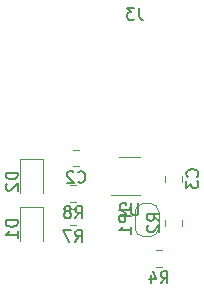
<source format=gbr>
G04 #@! TF.GenerationSoftware,KiCad,Pcbnew,(5.0.2)-1*
G04 #@! TF.CreationDate,2020-09-16T07:35:29+02:00*
G04 #@! TF.ProjectId,TinkerShieldPaddle,54696e6b-6572-4536-9869-656c64506164,rev?*
G04 #@! TF.SameCoordinates,Original*
G04 #@! TF.FileFunction,Legend,Bot*
G04 #@! TF.FilePolarity,Positive*
%FSLAX46Y46*%
G04 Gerber Fmt 4.6, Leading zero omitted, Abs format (unit mm)*
G04 Created by KiCad (PCBNEW (5.0.2)-1) date 16.09.2020 07:35:29*
%MOMM*%
%LPD*%
G01*
G04 APERTURE LIST*
%ADD10C,0.120000*%
%ADD11C,0.150000*%
G04 APERTURE END LIST*
D10*
G04 #@! TO.C,D2*
X150540000Y-136475000D02*
X150540000Y-133615000D01*
X150540000Y-133615000D02*
X152460000Y-133615000D01*
X152460000Y-133615000D02*
X152460000Y-136475000D01*
G04 #@! TO.C,D1*
X152460000Y-137640000D02*
X152460000Y-140500000D01*
X150540000Y-137640000D02*
X152460000Y-137640000D01*
X150540000Y-140500000D02*
X150540000Y-137640000D01*
G04 #@! TO.C,C2*
X154988748Y-132790000D02*
X155511252Y-132790000D01*
X154988748Y-134210000D02*
X155511252Y-134210000D01*
G04 #@! TO.C,C3*
X164210000Y-135511252D02*
X164210000Y-134988748D01*
X162790000Y-135511252D02*
X162790000Y-134988748D01*
G04 #@! TO.C,JP1*
X160250000Y-139450000D02*
G75*
G03X160950000Y-140150000I700000J0D01*
G01*
X161550000Y-140150000D02*
G75*
G03X162250000Y-139450000I0J700000D01*
G01*
X162250000Y-138050000D02*
G75*
G03X161550000Y-137350000I-700000J0D01*
G01*
X160950000Y-137350000D02*
G75*
G03X160250000Y-138050000I0J-700000D01*
G01*
X161550000Y-137350000D02*
X160950000Y-137350000D01*
X162250000Y-139450000D02*
X162250000Y-138050000D01*
X160950000Y-140150000D02*
X161550000Y-140150000D01*
X160250000Y-138050000D02*
X160250000Y-139450000D01*
G04 #@! TO.C,U2*
X158850000Y-133390000D02*
X160650000Y-133390000D01*
X160650000Y-136610000D02*
X158200000Y-136610000D01*
G04 #@! TO.C,R7*
X154763748Y-137790000D02*
X155286252Y-137790000D01*
X154763748Y-139210000D02*
X155286252Y-139210000D01*
G04 #@! TO.C,R8*
X154763748Y-137210000D02*
X155286252Y-137210000D01*
X154763748Y-135790000D02*
X155286252Y-135790000D01*
G04 #@! TO.C,R2*
X162790000Y-138738748D02*
X162790000Y-139261252D01*
X164210000Y-138738748D02*
X164210000Y-139261252D01*
G04 #@! TO.C,R4*
X161988748Y-142710000D02*
X162511252Y-142710000D01*
X161988748Y-141290000D02*
X162511252Y-141290000D01*
G04 #@! TO.C,J3*
D11*
X160583333Y-120792380D02*
X160583333Y-121506666D01*
X160630952Y-121649523D01*
X160726190Y-121744761D01*
X160869047Y-121792380D01*
X160964285Y-121792380D01*
X160202380Y-120792380D02*
X159583333Y-120792380D01*
X159916666Y-121173333D01*
X159773809Y-121173333D01*
X159678571Y-121220952D01*
X159630952Y-121268571D01*
X159583333Y-121363809D01*
X159583333Y-121601904D01*
X159630952Y-121697142D01*
X159678571Y-121744761D01*
X159773809Y-121792380D01*
X160059523Y-121792380D01*
X160154761Y-121744761D01*
X160202380Y-121697142D01*
G04 #@! TO.C,D2*
X150302380Y-134736904D02*
X149302380Y-134736904D01*
X149302380Y-134975000D01*
X149350000Y-135117857D01*
X149445238Y-135213095D01*
X149540476Y-135260714D01*
X149730952Y-135308333D01*
X149873809Y-135308333D01*
X150064285Y-135260714D01*
X150159523Y-135213095D01*
X150254761Y-135117857D01*
X150302380Y-134975000D01*
X150302380Y-134736904D01*
X149397619Y-135689285D02*
X149350000Y-135736904D01*
X149302380Y-135832142D01*
X149302380Y-136070238D01*
X149350000Y-136165476D01*
X149397619Y-136213095D01*
X149492857Y-136260714D01*
X149588095Y-136260714D01*
X149730952Y-136213095D01*
X150302380Y-135641666D01*
X150302380Y-136260714D01*
G04 #@! TO.C,D1*
X150302380Y-138761904D02*
X149302380Y-138761904D01*
X149302380Y-139000000D01*
X149350000Y-139142857D01*
X149445238Y-139238095D01*
X149540476Y-139285714D01*
X149730952Y-139333333D01*
X149873809Y-139333333D01*
X150064285Y-139285714D01*
X150159523Y-139238095D01*
X150254761Y-139142857D01*
X150302380Y-139000000D01*
X150302380Y-138761904D01*
X150302380Y-140285714D02*
X150302380Y-139714285D01*
X150302380Y-140000000D02*
X149302380Y-140000000D01*
X149445238Y-139904761D01*
X149540476Y-139809523D01*
X149588095Y-139714285D01*
G04 #@! TO.C,C2*
X155416666Y-135507142D02*
X155464285Y-135554761D01*
X155607142Y-135602380D01*
X155702380Y-135602380D01*
X155845238Y-135554761D01*
X155940476Y-135459523D01*
X155988095Y-135364285D01*
X156035714Y-135173809D01*
X156035714Y-135030952D01*
X155988095Y-134840476D01*
X155940476Y-134745238D01*
X155845238Y-134650000D01*
X155702380Y-134602380D01*
X155607142Y-134602380D01*
X155464285Y-134650000D01*
X155416666Y-134697619D01*
X155035714Y-134697619D02*
X154988095Y-134650000D01*
X154892857Y-134602380D01*
X154654761Y-134602380D01*
X154559523Y-134650000D01*
X154511904Y-134697619D01*
X154464285Y-134792857D01*
X154464285Y-134888095D01*
X154511904Y-135030952D01*
X155083333Y-135602380D01*
X154464285Y-135602380D01*
G04 #@! TO.C,C3*
X165507142Y-135083333D02*
X165554761Y-135035714D01*
X165602380Y-134892857D01*
X165602380Y-134797619D01*
X165554761Y-134654761D01*
X165459523Y-134559523D01*
X165364285Y-134511904D01*
X165173809Y-134464285D01*
X165030952Y-134464285D01*
X164840476Y-134511904D01*
X164745238Y-134559523D01*
X164650000Y-134654761D01*
X164602380Y-134797619D01*
X164602380Y-134892857D01*
X164650000Y-135035714D01*
X164697619Y-135083333D01*
X164602380Y-135416666D02*
X164602380Y-136035714D01*
X164983333Y-135702380D01*
X164983333Y-135845238D01*
X165030952Y-135940476D01*
X165078571Y-135988095D01*
X165173809Y-136035714D01*
X165411904Y-136035714D01*
X165507142Y-135988095D01*
X165554761Y-135940476D01*
X165602380Y-135845238D01*
X165602380Y-135559523D01*
X165554761Y-135464285D01*
X165507142Y-135416666D01*
G04 #@! TO.C,JP1*
X158902380Y-137916666D02*
X159616666Y-137916666D01*
X159759523Y-137869047D01*
X159854761Y-137773809D01*
X159902380Y-137630952D01*
X159902380Y-137535714D01*
X159902380Y-138392857D02*
X158902380Y-138392857D01*
X158902380Y-138773809D01*
X158950000Y-138869047D01*
X158997619Y-138916666D01*
X159092857Y-138964285D01*
X159235714Y-138964285D01*
X159330952Y-138916666D01*
X159378571Y-138869047D01*
X159426190Y-138773809D01*
X159426190Y-138392857D01*
X159902380Y-139916666D02*
X159902380Y-139345238D01*
X159902380Y-139630952D02*
X158902380Y-139630952D01*
X159045238Y-139535714D01*
X159140476Y-139440476D01*
X159188095Y-139345238D01*
G04 #@! TO.C,U2*
X160511904Y-137352380D02*
X160511904Y-138161904D01*
X160464285Y-138257142D01*
X160416666Y-138304761D01*
X160321428Y-138352380D01*
X160130952Y-138352380D01*
X160035714Y-138304761D01*
X159988095Y-138257142D01*
X159940476Y-138161904D01*
X159940476Y-137352380D01*
X159511904Y-137447619D02*
X159464285Y-137400000D01*
X159369047Y-137352380D01*
X159130952Y-137352380D01*
X159035714Y-137400000D01*
X158988095Y-137447619D01*
X158940476Y-137542857D01*
X158940476Y-137638095D01*
X158988095Y-137780952D01*
X159559523Y-138352380D01*
X158940476Y-138352380D01*
G04 #@! TO.C,R7*
X155191666Y-140602380D02*
X155525000Y-140126190D01*
X155763095Y-140602380D02*
X155763095Y-139602380D01*
X155382142Y-139602380D01*
X155286904Y-139650000D01*
X155239285Y-139697619D01*
X155191666Y-139792857D01*
X155191666Y-139935714D01*
X155239285Y-140030952D01*
X155286904Y-140078571D01*
X155382142Y-140126190D01*
X155763095Y-140126190D01*
X154858333Y-139602380D02*
X154191666Y-139602380D01*
X154620238Y-140602380D01*
G04 #@! TO.C,R8*
X155191666Y-138602380D02*
X155525000Y-138126190D01*
X155763095Y-138602380D02*
X155763095Y-137602380D01*
X155382142Y-137602380D01*
X155286904Y-137650000D01*
X155239285Y-137697619D01*
X155191666Y-137792857D01*
X155191666Y-137935714D01*
X155239285Y-138030952D01*
X155286904Y-138078571D01*
X155382142Y-138126190D01*
X155763095Y-138126190D01*
X154620238Y-138030952D02*
X154715476Y-137983333D01*
X154763095Y-137935714D01*
X154810714Y-137840476D01*
X154810714Y-137792857D01*
X154763095Y-137697619D01*
X154715476Y-137650000D01*
X154620238Y-137602380D01*
X154429761Y-137602380D01*
X154334523Y-137650000D01*
X154286904Y-137697619D01*
X154239285Y-137792857D01*
X154239285Y-137840476D01*
X154286904Y-137935714D01*
X154334523Y-137983333D01*
X154429761Y-138030952D01*
X154620238Y-138030952D01*
X154715476Y-138078571D01*
X154763095Y-138126190D01*
X154810714Y-138221428D01*
X154810714Y-138411904D01*
X154763095Y-138507142D01*
X154715476Y-138554761D01*
X154620238Y-138602380D01*
X154429761Y-138602380D01*
X154334523Y-138554761D01*
X154286904Y-138507142D01*
X154239285Y-138411904D01*
X154239285Y-138221428D01*
X154286904Y-138126190D01*
X154334523Y-138078571D01*
X154429761Y-138030952D01*
G04 #@! TO.C,R2*
X162302380Y-138833333D02*
X161826190Y-138500000D01*
X162302380Y-138261904D02*
X161302380Y-138261904D01*
X161302380Y-138642857D01*
X161350000Y-138738095D01*
X161397619Y-138785714D01*
X161492857Y-138833333D01*
X161635714Y-138833333D01*
X161730952Y-138785714D01*
X161778571Y-138738095D01*
X161826190Y-138642857D01*
X161826190Y-138261904D01*
X161397619Y-139214285D02*
X161350000Y-139261904D01*
X161302380Y-139357142D01*
X161302380Y-139595238D01*
X161350000Y-139690476D01*
X161397619Y-139738095D01*
X161492857Y-139785714D01*
X161588095Y-139785714D01*
X161730952Y-139738095D01*
X162302380Y-139166666D01*
X162302380Y-139785714D01*
G04 #@! TO.C,R4*
X162416666Y-144102380D02*
X162750000Y-143626190D01*
X162988095Y-144102380D02*
X162988095Y-143102380D01*
X162607142Y-143102380D01*
X162511904Y-143150000D01*
X162464285Y-143197619D01*
X162416666Y-143292857D01*
X162416666Y-143435714D01*
X162464285Y-143530952D01*
X162511904Y-143578571D01*
X162607142Y-143626190D01*
X162988095Y-143626190D01*
X161559523Y-143435714D02*
X161559523Y-144102380D01*
X161797619Y-143054761D02*
X162035714Y-143769047D01*
X161416666Y-143769047D01*
G04 #@! TD*
M02*

</source>
